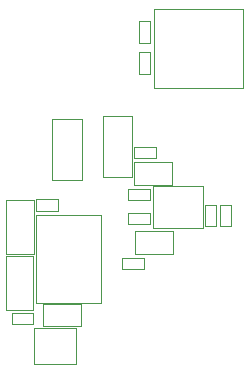
<source format=gbr>
%TF.GenerationSoftware,KiCad,Pcbnew,(5.1.10)-1*%
%TF.CreationDate,2021-10-24T00:58:49+05:30*%
%TF.ProjectId,Modbus_IO_Board,4d6f6462-7573-45f4-994f-5f426f617264,rev?*%
%TF.SameCoordinates,Original*%
%TF.FileFunction,Other,User*%
%FSLAX46Y46*%
G04 Gerber Fmt 4.6, Leading zero omitted, Abs format (unit mm)*
G04 Created by KiCad (PCBNEW (5.1.10)-1) date 2021-10-24 00:58:49*
%MOMM*%
%LPD*%
G01*
G04 APERTURE LIST*
%ADD10C,0.050000*%
%ADD11C,0.100000*%
G04 APERTURE END LIST*
D10*
%TO.C,D6*%
X134112000Y-74895000D02*
X134112000Y-80045000D01*
X134112000Y-80045000D02*
X136692000Y-80050000D01*
X136692000Y-80050000D02*
X136692000Y-74900000D01*
X136692000Y-74900000D02*
X134112000Y-74895000D01*
%TO.C,D8*%
X138430000Y-74650600D02*
X138430000Y-79800600D01*
X138430000Y-79800600D02*
X140919200Y-79800600D01*
X140919200Y-79800600D02*
X140919200Y-74650600D01*
X140919200Y-74650600D02*
X138430000Y-74650600D01*
%TO.C,IC4*%
X142680000Y-84071000D02*
X146880000Y-84071000D01*
X146880000Y-84071000D02*
X146880000Y-80521000D01*
X146880000Y-80521000D02*
X142680000Y-80521000D01*
X142680000Y-80521000D02*
X142680000Y-84071000D01*
%TO.C,D9*%
X141050000Y-80440000D02*
X144250000Y-80440000D01*
X144250000Y-80440000D02*
X144250000Y-78540000D01*
X141050000Y-78540000D02*
X144250000Y-78540000D01*
X141050000Y-80440000D02*
X141050000Y-78540000D01*
%TO.C,D7*%
X141148000Y-86294000D02*
X144348000Y-86294000D01*
X144348000Y-86294000D02*
X144348000Y-84394000D01*
X141148000Y-84394000D02*
X144348000Y-84394000D01*
X141148000Y-86294000D02*
X141148000Y-84394000D01*
%TO.C,C16*%
X148384000Y-83968000D02*
X149304000Y-83968000D01*
X149304000Y-83968000D02*
X149304000Y-82148000D01*
X149304000Y-82148000D02*
X148384000Y-82148000D01*
X148384000Y-82148000D02*
X148384000Y-83968000D01*
%TO.C,C15*%
X147114000Y-83968000D02*
X148034000Y-83968000D01*
X148034000Y-83968000D02*
X148034000Y-82148000D01*
X148034000Y-82148000D02*
X147114000Y-82148000D01*
X147114000Y-82148000D02*
X147114000Y-83968000D01*
%TO.C,C14*%
X140568000Y-81740000D02*
X142388000Y-81740000D01*
X140568000Y-80820000D02*
X140568000Y-81740000D01*
X142388000Y-80820000D02*
X140568000Y-80820000D01*
X142388000Y-81740000D02*
X142388000Y-80820000D01*
%TO.C,C12*%
X132550000Y-91070000D02*
X132550000Y-86470000D01*
X130250000Y-91070000D02*
X132550000Y-91070000D01*
X130250000Y-86470000D02*
X130250000Y-91070000D01*
X132550000Y-86470000D02*
X130250000Y-86470000D01*
%TO.C,C13*%
X140568000Y-83772000D02*
X142388000Y-83772000D01*
X140568000Y-82852000D02*
X140568000Y-83772000D01*
X142388000Y-82852000D02*
X140568000Y-82852000D01*
X142388000Y-83772000D02*
X142388000Y-82852000D01*
%TO.C,C11*%
X132530000Y-92230000D02*
X132530000Y-91310000D01*
X132530000Y-91310000D02*
X130710000Y-91310000D01*
X130710000Y-91310000D02*
X130710000Y-92230000D01*
X130710000Y-92230000D02*
X132530000Y-92230000D01*
%TO.C,R9*%
X141100000Y-78190000D02*
X142960000Y-78190000D01*
X141100000Y-77250000D02*
X141100000Y-78190000D01*
X142960000Y-77250000D02*
X141100000Y-77250000D01*
X142960000Y-78190000D02*
X142960000Y-77250000D01*
%TO.C,R6*%
X141898000Y-86652000D02*
X140038000Y-86652000D01*
X141898000Y-87592000D02*
X141898000Y-86652000D01*
X140038000Y-87592000D02*
X141898000Y-87592000D01*
X140038000Y-86652000D02*
X140038000Y-87592000D01*
%TO.C,R5*%
X141510000Y-69220000D02*
X141510000Y-71080000D01*
X142450000Y-69220000D02*
X141510000Y-69220000D01*
X142450000Y-71080000D02*
X142450000Y-69220000D01*
X141510000Y-71080000D02*
X142450000Y-71080000D01*
%TO.C,R4*%
X141450000Y-66600000D02*
X141450000Y-68460000D01*
X142390000Y-66600000D02*
X141450000Y-66600000D01*
X142390000Y-68460000D02*
X142390000Y-66600000D01*
X141450000Y-68460000D02*
X142390000Y-68460000D01*
%TO.C,R2*%
X132730000Y-81690000D02*
X132730000Y-82630000D01*
X132730000Y-82630000D02*
X134590000Y-82630000D01*
X134590000Y-82630000D02*
X134590000Y-81690000D01*
X134590000Y-81690000D02*
X132730000Y-81690000D01*
%TO.C,D5*%
X133340000Y-92430000D02*
X133340000Y-90530000D01*
X133340000Y-90530000D02*
X136540000Y-90530000D01*
X136540000Y-92430000D02*
X136540000Y-90530000D01*
X133340000Y-92430000D02*
X136540000Y-92430000D01*
D11*
%TO.C,U1*%
X136118000Y-95660000D02*
X136118000Y-92612000D01*
X132562000Y-95660000D02*
X136118000Y-95660000D01*
X132562000Y-92612000D02*
X132562000Y-95660000D01*
X136118000Y-92612000D02*
X132562000Y-92612000D01*
D10*
%TO.C,IC5*%
X142730000Y-65570000D02*
X142730000Y-72210000D01*
X150330000Y-65570000D02*
X142730000Y-65570000D01*
X150330000Y-72210000D02*
X150330000Y-65570000D01*
X142730000Y-72210000D02*
X150330000Y-72210000D01*
%TO.C,IC3*%
X138310000Y-82995000D02*
X132810000Y-82995000D01*
X138310000Y-90445000D02*
X138310000Y-82995000D01*
X132810000Y-90445000D02*
X138310000Y-90445000D01*
X132810000Y-82995000D02*
X132810000Y-90445000D01*
%TO.C,FB2*%
X132560000Y-86340000D02*
X132560000Y-81740000D01*
X132560000Y-81740000D02*
X130260000Y-81740000D01*
X130260000Y-81740000D02*
X130260000Y-86340000D01*
X130260000Y-86340000D02*
X132560000Y-86340000D01*
%TD*%
M02*

</source>
